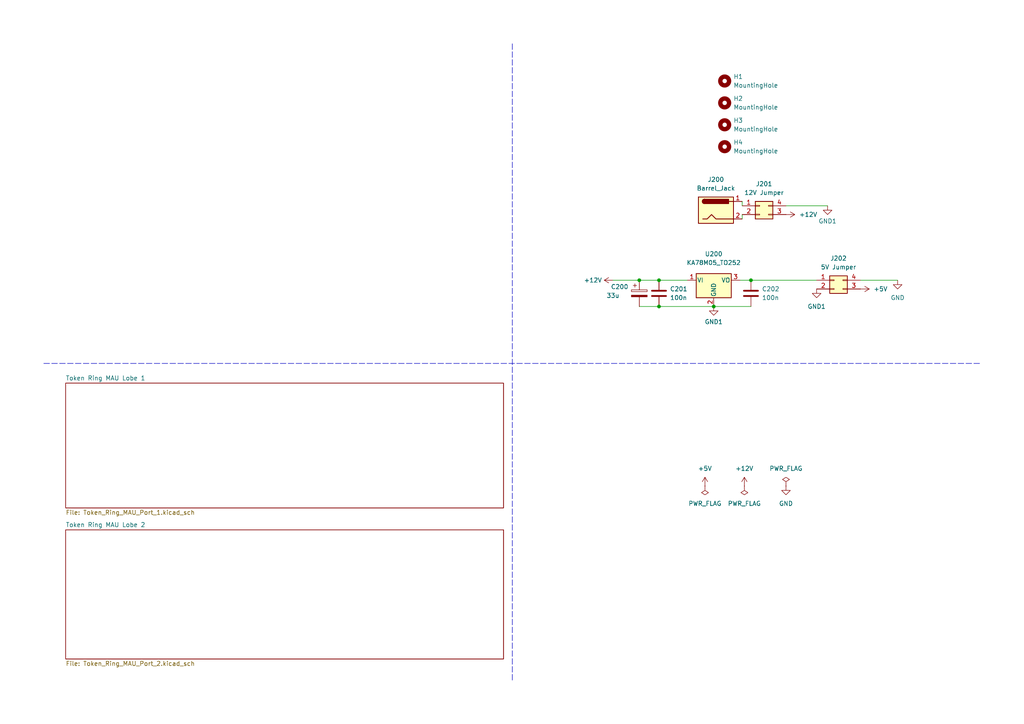
<source format=kicad_sch>
(kicad_sch (version 20211123) (generator eeschema)
  (paper "A4")
  (title_block (title "MAUreene 8226 - Token Ring MAU") (date "2022-12-03") (rev "1") (comment 1 "https://github.com/blackbit42/MAUreene_8226") (comment 2 "License: CERN OHL-P-2.0") (comment 3 "A Token Ring (IEEE 802.5) Media Access Unit (MAU)") (comment 4 "Author: Alexander Huemer"))
  (lib_symbols
    (symbol "Connector:Barrel_Jack" (pin_names (offset 1.016))
      (property "Reference" "J" (at 0 5.334 0))
      (property "Value" "Barrel_Jack" (at 0 -5.08 0))
      (symbol "Barrel_Jack_0_1"
        (rectangle (start -5.08 3.81) (end 5.08 -3.81) (stroke (width 0.254)) (fill (type background)))
        (arc (start -3.302 3.175) (mid -3.937 2.54) (end -3.302 1.905) (stroke (width 0.254)))
        (arc (start -3.302 3.175) (mid -3.937 2.54) (end -3.302 1.905) (stroke (width 0.254)) (fill (type outline)))
        (polyline (pts (xy 5.08 2.54) (xy 3.81 2.54)) (stroke (width 0.254)))
        (polyline (pts (xy -3.81 -2.54) (xy -2.54 -2.54) (xy -1.27 -1.27) (xy 0 -2.54) (xy 2.54 -2.54) (xy 5.08 -2.54)) (stroke (width 0.254)))
        (rectangle (start 3.683 3.175) (end -3.302 1.905) (stroke (width 0.254)) (fill (type outline)))
      )
      (symbol "Barrel_Jack_1_1"
        (pin passive line (at 7.62 2.54 180) (length 2.54) (name "~") (number "1"))
        (pin passive line (at 7.62 -2.54 180) (length 2.54) (name "~") (number "2"))
      )
    )
    (symbol "Connector_Generic:Conn_02x02_Counter_Clockwise" (pin_names (offset 1.016) hide)
      (property "Reference" "J" (at 1.27 2.54 0))
      (property "Value" "Conn_02x02_Counter_Clockwise" (at 1.27 -5.08 0))
      (symbol "Conn_02x02_Counter_Clockwise_1_1"
        (rectangle (start -1.27 -2.413) (end 0 -2.667) (stroke (width 0.1524)))
        (rectangle (start -1.27 0.127) (end 0 -0.127) (stroke (width 0.1524)))
        (rectangle (start -1.27 1.27) (end 3.81 -3.81) (stroke (width 0.254)) (fill (type background)))
        (rectangle (start 3.81 -2.413) (end 2.54 -2.667) (stroke (width 0.1524)))
        (rectangle (start 3.81 0.127) (end 2.54 -0.127) (stroke (width 0.1524)))
        (pin passive line (at -5.08 0 0) (length 3.81) (name "Pin_1") (number "1"))
        (pin passive line (at -5.08 -2.54 0) (length 3.81) (name "Pin_2") (number "2"))
        (pin passive line (at 7.62 -2.54 180) (length 3.81) (name "Pin_3") (number "3"))
        (pin passive line (at 7.62 0 180) (length 3.81) (name "Pin_4") (number "4"))
      )
    )
    (symbol "Device:C" (pin_numbers hide) (pin_names (offset 0.254))
      (property "Reference" "C" (at 0.635 2.54 0))
      (property "Value" "C" (at 0.635 -2.54 0))
      (symbol "C_0_1"
        (polyline (pts (xy -2.032 -0.762) (xy 2.032 -0.762)) (stroke (width 0.508)))
        (polyline (pts (xy -2.032 0.762) (xy 2.032 0.762)) (stroke (width 0.508)))
      )
      (symbol "C_1_1"
        (pin passive line (at 0 3.81 270) (length 2.794) (name "~") (number "1"))
        (pin passive line (at 0 -3.81 90) (length 2.794) (name "~") (number "2"))
      )
    )
    (symbol "Device:C_Polarized" (pin_numbers hide) (pin_names (offset 0.254))
      (property "Reference" "C" (at 0.635 2.54 0))
      (property "Value" "C_Polarized" (at 0.635 -2.54 0))
      (symbol "C_Polarized_0_1"
        (rectangle (start -2.286 0.508) (end 2.286 1.016))
        (polyline (pts (xy -1.778 2.286) (xy -0.762 2.286)))
        (polyline (pts (xy -1.27 2.794) (xy -1.27 1.778)))
        (rectangle (start 2.286 -0.508) (end -2.286 -1.016) (fill (type outline)))
      )
      (symbol "C_Polarized_1_1"
        (pin passive line (at 0 3.81 270) (length 2.794) (name "~") (number "1"))
        (pin passive line (at 0 -3.81 90) (length 2.794) (name "~") (number "2"))
      )
    )
    (symbol "Mechanical:MountingHole" (pin_names (offset 1.016))
      (property "Reference" "H" (at 0 5.08 0))
      (property "Value" "MountingHole" (at 0 3.175 0))
      (symbol "MountingHole_0_1"
        (circle (center 0 0) (radius 1.27) (stroke (width 1.27)))
      )
    )
    (symbol "Regulator_Linear:KA78M05_TO252" (pin_names (offset 0.254))
      (property "Reference" "U" (at -3.81 3.175 0))
      (property "Value" "KA78M05_TO252" (at 0 3.175 0))
      (symbol "KA78M05_TO252_0_1"
        (rectangle (start -5.08 1.905) (end 5.08 -5.08) (stroke (width 0.254)) (fill (type background)))
      )
      (symbol "KA78M05_TO252_1_1"
        (pin power_in line (at -7.62 0 0) (length 2.54) (name "VI") (number "1"))
        (pin power_in line (at 0 -7.62 90) (length 2.54) (name "GND") (number "2"))
        (pin power_out line (at 7.62 0 180) (length 2.54) (name "VO") (number "3"))
      )
    )
    (symbol "power:+12V" (power) (pin_names (offset 0))
      (property "Value" "+12V" (at 0 3.556 0))
      (symbol "+12V_0_1"
        (polyline (pts (xy -0.762 1.27) (xy 0 2.54)))
        (polyline (pts (xy 0 0) (xy 0 2.54)))
        (polyline (pts (xy 0 2.54) (xy 0.762 1.27)))
      )
      (symbol "+12V_1_1"
        (pin power_in line (at 0 0 90) (length 0) hide (name "+12V") (number "1"))
      )
    )
    (symbol "power:+5V" (power) (pin_names (offset 0))
      (property "Value" "+5V" (at 0 3.556 0))
      (symbol "+5V_0_1"
        (polyline (pts (xy -0.762 1.27) (xy 0 2.54)))
        (polyline (pts (xy 0 0) (xy 0 2.54)))
        (polyline (pts (xy 0 2.54) (xy 0.762 1.27)))
      )
      (symbol "+5V_1_1"
        (pin power_in line (at 0 0 90) (length 0) hide (name "+5V") (number "1"))
      )
    )
    (symbol "power:GND" (power) (pin_names (offset 0))
      (property "Value" "GND" (at 0 -3.81 0))
      (symbol "GND_0_1"
        (polyline (pts (xy 0 0) (xy 0 -1.27) (xy 1.27 -1.27) (xy 0 -2.54) (xy -1.27 -1.27) (xy 0 -1.27)))
      )
      (symbol "GND_1_1"
        (pin power_in line (at 0 0 270) (length 0) hide (name "GND") (number "1"))
      )
    )
    (symbol "power:GND1" (power) (pin_names (offset 0))
      (property "Value" "GND1" (at 0 -3.81 0))
      (symbol "GND1_0_1"
        (polyline (pts (xy 0 0) (xy 0 -1.27) (xy 1.27 -1.27) (xy 0 -2.54) (xy -1.27 -1.27) (xy 0 -1.27)))
      )
      (symbol "GND1_1_1"
        (pin power_in line (at 0 0 270) (length 0) hide (name "GND1") (number "1"))
      )
    )
    (symbol "power:PWR_FLAG" (power) (pin_numbers hide) (pin_names (offset 0) hide)
      (property "Value" "PWR_FLAG" (at 0 3.81 0))
      (symbol "PWR_FLAG_0_0"
        (pin power_out line (at 0 0 90) (length 0) (name "pwr") (number "1"))
      )
      (symbol "PWR_FLAG_0_1"
        (polyline (pts (xy 0 0) (xy 0 1.27) (xy -1.016 1.905) (xy 0 2.54) (xy 1.016 1.905) (xy 0 1.27)))
      )
    )
  )
  (junction (at 217.805 81.28))
  (junction (at 207.01 88.9))
  (junction (at 185.42 81.28))
  (junction (at 191.135 81.28))
  (junction (at 191.135 88.9))
  (polyline (pts (xy 12.7 105.41) (xy 284.48 105.41)))
  (wire (pts (xy 217.805 81.28) (xy 236.855 81.28)))
  (wire (pts (xy 185.42 81.28) (xy 177.8 81.28)))
  (wire (pts (xy 215.265 58.42) (xy 215.265 59.69)))
  (polyline (pts (xy 148.59 12.7) (xy 148.59 197.485)))
  (wire (pts (xy 207.01 88.9) (xy 217.805 88.9)))
  (wire (pts (xy 227.965 59.69) (xy 240.03 59.69)))
  (wire (pts (xy 249.555 81.28) (xy 260.35 81.28)))
  (wire (pts (xy 214.63 81.28) (xy 217.805 81.28)))
  (wire (pts (xy 215.265 62.23) (xy 215.265 63.5)))
  (wire (pts (xy 185.42 88.9) (xy 191.135 88.9)))
  (wire (pts (xy 191.135 81.28) (xy 185.42 81.28)))
  (wire (pts (xy 191.135 88.9) (xy 207.01 88.9)))
  (wire (pts (xy 199.39 81.28) (xy 191.135 81.28)))
  (symbol (lib_id "Connector_Generic:Conn_02x02_Counter_Clockwise") (at 241.935 81.28 0) (unit 1)
    (property "Reference" "J202" (at 243.205 74.93 0))
    (property "Value" "5V Jumper" (at 243.205 77.47 0))
    (property "Footprint" "Connector_PinHeader_2.54mm:PinHeader_2x02_P2.54mm_Vertical" (effects hide))
    (property "JLCPCB part number" "DNP" (effects hide))
    (property "LCSC" "DNP" (effects hide))
  )
  (symbol (lib_id "power:PWR_FLAG") (at 215.9 140.97 180) (unit 1)
    (property "Reference" "#FLG0102" (effects hide))
    (property "Value" "PWR_FLAG" (at 215.9 146.05 0))
  )
  (symbol (lib_id "power:GND1") (at 240.03 59.69 0) (unit 1)
    (property "Reference" "#PWR0101" (effects hide))
    (property "Value" "GND1" (at 240.03 64.135 0))
  )
  (symbol (lib_id "Regulator_Linear:KA78M05_TO252") (at 207.01 81.28 0) (unit 1)
    (property "Reference" "U200" (at 207.01 73.66 0))
    (property "Value" "KA78M05_TO252" (at 207.01 76.2 0))
    (property "Footprint" "Package_TO_SOT_SMD:TO-252-2" (effects hide))
    (property "Datasheet" "https://www.onsemi.com/pub/Collateral/MC78M00-D.PDF" (effects hide))
    (property "JLCPCB part number" "DNP" (effects hide))
    (property "LCSC" "DNP" (effects hide))
  )
  (symbol (lib_id "power:+5V") (at 204.47 140.97 0) (unit 1)
    (property "Reference" "#PWR0112" (effects hide))
    (property "Value" "+5V" (at 204.47 135.89 0))
  )
  (symbol (lib_id "Device:C_Polarized") (at 185.42 85.09 0) (unit 1)
    (property "Reference" "C200" (at 177.165 83.185 0) (effects (justify left)))
    (property "Value" "33u" (at 175.895 85.725 0) (effects (justify left)))
    (property "Footprint" "Capacitor_SMD:CP_Elec_5x5.8" (effects hide))
    (property "JLCPCB part number" "C128455" (effects hide))
    (property "LCSC" "C128455" (effects hide))
  )
  (symbol (lib_id "power:+5V") (at 249.555 83.82 270) (unit 1)
    (property "Reference" "#PWR0126" (effects hide))
    (property "Value" "+5V" (at 253.365 83.8199 90) (effects (justify left)))
  )
  (symbol (lib_id "power:PWR_FLAG") (at 227.965 140.97 0) (unit 1)
    (property "Reference" "#FLG0101" (effects hide))
    (property "Value" "PWR_FLAG" (at 227.965 135.89 0))
  )
  (symbol (lib_id "power:GND") (at 227.965 140.97 0) (unit 1)
    (property "Reference" "#PWR0110" (effects hide))
    (property "Value" "GND" (at 227.965 146.05 0))
  )
  (symbol (lib_id "power:GND1") (at 207.01 88.9 0) (unit 1)
    (property "Reference" "#PWR0102" (effects hide))
    (property "Value" "GND1" (at 207.01 93.345 0))
  )
  (symbol (lib_id "Connector:Barrel_Jack") (at 207.645 60.96 0) (unit 1)
    (property "Reference" "J200" (at 207.645 52.07 0))
    (property "Value" "Barrel_Jack" (at 207.645 54.61 0))
    (property "Footprint" "Token_Ring_MAU:BarrelJack_CUI_PJ-063AH_Horizontal" (effects hide))
    (property "JLCPCB part number" "DNP" (effects hide))
    (property "LCSC" "DNP" (effects hide))
  )
  (symbol (lib_id "Connector_Generic:Conn_02x02_Counter_Clockwise") (at 220.345 59.69 0) (unit 1)
    (property "Reference" "J201" (at 221.615 53.34 0))
    (property "Value" "12V Jumper" (at 221.615 55.88 0))
    (property "Footprint" "Connector_PinHeader_2.54mm:PinHeader_2x02_P2.54mm_Vertical" (effects hide))
    (property "JLCPCB part number" "DNP" (effects hide))
    (property "LCSC" "DNP" (effects hide))
  )
  (symbol (lib_id "Mechanical:MountingHole") (at 210.185 42.545 0) (unit 1)
    (property "Reference" "H4" (at 212.725 41.2749 0) (effects (justify left)))
    (property "Value" "MountingHole" (at 212.725 43.8149 0) (effects (justify left)))
    (property "Footprint" "MountingHole:MountingHole_3.2mm_M3_DIN965_Pad" (effects hide))
    (property "JLCPCB part number" "DNP" (effects hide))
    (property "LCSC" "DNP" (effects hide))
  )
  (symbol (lib_id "Mechanical:MountingHole") (at 210.185 36.195 0) (unit 1)
    (property "Reference" "H3" (at 212.725 34.9249 0) (effects (justify left)))
    (property "Value" "MountingHole" (at 212.725 37.4649 0) (effects (justify left)))
    (property "Footprint" "MountingHole:MountingHole_3.2mm_M3_DIN965_Pad" (effects hide))
    (property "JLCPCB part number" "DNP" (effects hide))
    (property "LCSC" "DNP" (effects hide))
  )
  (symbol (lib_id "power:GND1") (at 236.855 83.82 0) (unit 1)
    (property "Reference" "#PWR0103" (effects hide))
    (property "Value" "GND1" (at 236.855 88.9 0))
  )
  (symbol (lib_id "power:+12V") (at 177.8 81.28 90) (unit 1)
    (property "Reference" "#PWR0125" (effects hide))
    (property "Value" "+12V" (at 174.625 81.2799 90) (effects (justify left)))
  )
  (symbol (lib_id "Mechanical:MountingHole") (at 210.185 29.845 0) (unit 1)
    (property "Reference" "H2" (at 212.725 28.5749 0) (effects (justify left)))
    (property "Value" "MountingHole" (at 212.725 31.1149 0) (effects (justify left)))
    (property "Footprint" "MountingHole:MountingHole_3.2mm_M3_DIN965_Pad" (effects hide))
    (property "JLCPCB part number" "DNP" (effects hide))
    (property "LCSC" "DNP" (effects hide))
  )
  (symbol (lib_id "power:+12V") (at 215.9 140.97 0) (unit 1)
    (property "Reference" "#PWR0111" (effects hide))
    (property "Value" "+12V" (at 215.9 135.89 0))
  )
  (symbol (lib_id "power:GND") (at 260.35 81.28 0) (mirror y) (unit 1)
    (property "Reference" "#PWR0138" (effects hide))
    (property "Value" "GND" (at 260.35 86.36 0))
  )
  (symbol (lib_id "Mechanical:MountingHole") (at 210.185 23.495 0) (unit 1)
    (property "Reference" "H1" (at 212.725 22.2249 0) (effects (justify left)))
    (property "Value" "MountingHole" (at 212.725 24.7649 0) (effects (justify left)))
    (property "Footprint" "MountingHole:MountingHole_3.2mm_M3_DIN965_Pad" (effects hide))
    (property "JLCPCB part number" "DNP" (effects hide))
    (property "LCSC" "DNP" (effects hide))
  )
  (symbol (lib_id "Device:C") (at 191.135 85.09 0) (unit 1)
    (property "Reference" "C201" (at 194.31 83.82 0) (effects (justify left)))
    (property "Value" "100n" (at 194.31 86.36 0) (effects (justify left)))
    (property "Footprint" "Capacitor_SMD:C_0805_2012Metric_Pad1.18x1.45mm_HandSolder" (effects hide))
    (property "JLCPCB part number" "C85866" (effects hide))
    (property "LCSC" "C85866" (effects hide))
  )
  (symbol (lib_id "power:+12V") (at 227.965 62.23 270) (unit 1)
    (property "Reference" "#PWR0139" (effects hide))
    (property "Value" "+12V" (at 231.775 62.2299 90) (effects (justify left)))
  )
  (symbol (lib_id "Device:C") (at 217.805 85.09 0) (unit 1)
    (property "Reference" "C202" (at 220.98 83.82 0) (effects (justify left)))
    (property "Value" "100n" (at 220.98 86.36 0) (effects (justify left)))
    (property "Footprint" "Capacitor_SMD:C_0805_2012Metric_Pad1.18x1.45mm_HandSolder" (effects hide))
    (property "JLCPCB part number" "C85866" (effects hide))
    (property "LCSC" "C85866" (effects hide))
  )
  (symbol (lib_id "power:PWR_FLAG") (at 204.47 140.97 180) (unit 1)
    (property "Reference" "#FLG0103" (effects hide))
    (property "Value" "PWR_FLAG" (at 204.47 146.05 0))
  )
  (sheet (at 19.05 111.125) (size 127 36.195) (stroke (width 0.1524))
    (property "Sheet name" "Token Ring MAU Lobe 1" (at 19.05 110.4134 0) (effects (justify left bottom)))
    (property "Sheet file" "Token_Ring_MAU_Port_1.kicad_sch" (at 19.05 147.9046 0) (effects (justify left top)))
  )
  (sheet (at 19.05 153.67) (size 127 37.465) (stroke (width 0.1524))
    (property "Sheet name" "Token Ring MAU Lobe 2" (at 19.05 152.9584 0) (effects (justify left bottom)))
    (property "Sheet file" "Token_Ring_MAU_Port_2.kicad_sch" (at 19.05 191.7196 0) (effects (justify left top)))
  )
)
</source>
